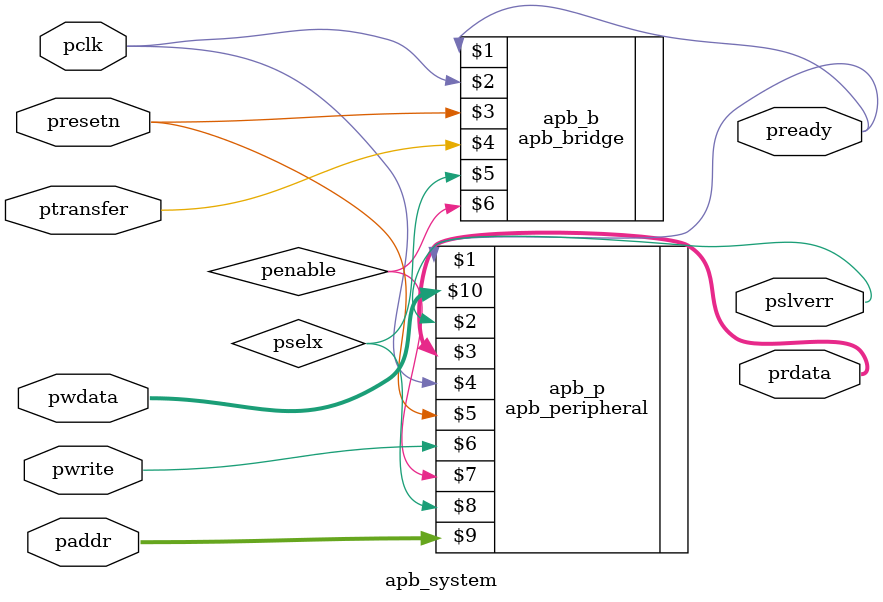
<source format=sv>

`timescale 1ns/1ps

module apb_system(
    input pwrite,pclk,ptransfer,presetn,
    input [31:0] paddr, pwdata,
    output [31:0] prdata,
    output pready,pslverr
    );
    wire penable,pselx;
    apb_peripheral apb_p (pready,pslverr,prdata,pclk,presetn,pwrite,penable,pselx,paddr,pwdata);
    apb_bridge apb_b (pready,pclk,presetn,ptransfer,pselx,penable);
endmodule

</source>
